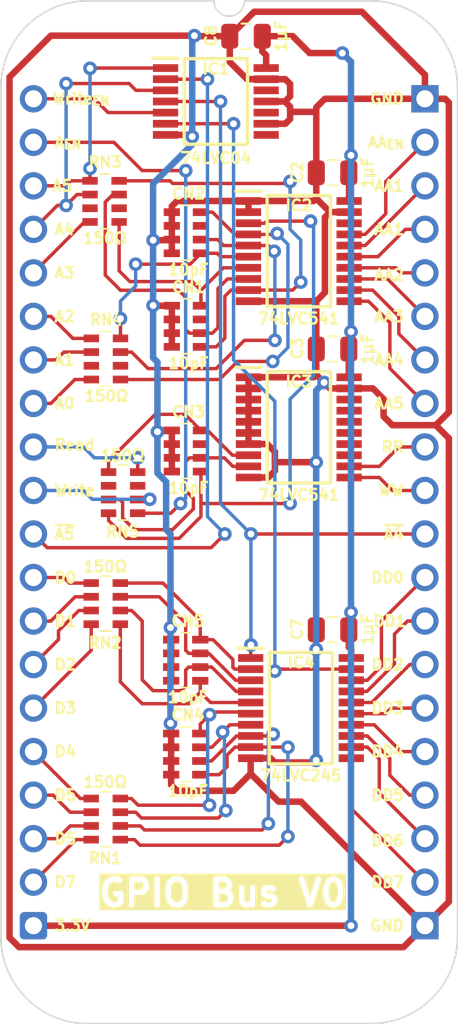
<source format=kicad_pcb>
(kicad_pcb (version 20240108) (generator "pcbnew") (generator_version "8.0")
  (title_block (title "GPIO Address Decode") (date "2025-04-25") (rev "V1"))
  (layers (0 "F.Cu" signal) (31 "B.Cu" signal) (34 "B.Paste" user) (35 "F.Paste" user) (36 "B.SilkS" user "B.Silkscreen") (37 "F.SilkS" user "F.Silkscreen") (38 "B.Mask" user) (39 "F.Mask" user) (44 "Edge.Cuts" user))
  (net 0 "")
  (net 1 "/GND")
  (net 2 "/3.3V")
  (net 4 "Net-(IC2-A7)")
  (net 5 "Net-(IC2-A5)")
  (net 6 "Net-(IC2-A6)")
  (net 8 "/A0")
  (net 9 "/A1")
  (net 10 "/A2")
  (net 11 "/A3")
  (net 12 "/A4")
  (net 13 "Net-(IC2-A2)")
  (net 14 "Net-(IC2-A3)")
  (net 15 "Net-(IC2-A4)")
  (net 16 "Net-(IC3-A6)")
  (net 18 "Net-(IC3-A7)")
  (net 19 "Net-(IC2-A1)")
  (net 20 "Net-(IC4-A6)")
  (net 21 "Net-(IC4-A4)")
  (net 22 "Net-(IC4-A5)")
  (net 23 "Net-(IC4-A7)")
  (net 24 "Net-(IC4-A3)")
  (net 25 "Net-(IC4-A1)")
  (net 26 "Net-(IC4-A2)")
  (net 27 "Net-(IC4-A0)")
  (net 29 "/~{Write Enable}")
  (net 30 "/~{A5}")
  (net 32 "/~{A4}")
  (net 34 "/A5")
  (net 35 "/AA1")
  (net 36 "/AA4")
  (net 37 "/AA0")
  (net 38 "/AA5")
  (net 39 "/AA_{Enable}")
  (net 40 "/AA2")
  (net 42 "/AA3")
  (net 46 "/WWrite GPIO _{ALL}")
  (net 48 "/Write Enable")
  (net 50 "/RRead GPIO _{ALL}")
  (net 52 "/DD5")
  (net 53 "/DD6")
  (net 54 "/DD3")
  (net 55 "/DD2")
  (net 56 "/DD4")
  (net 57 "/DD7")
  (net 58 "/DD1")
  (net 59 "/DD0")
  (net 60 "/D0")
  (net 61 "/Write GPIO _{ALL}")
  (net 62 "/A_{Enable}")
  (net 63 "/D1")
  (net 64 "/D3")
  (net 65 "/D5")
  (net 66 "/D2")
  (net 67 "/Read GPIO _{ALL}")
  (net 68 "/D6")
  (net 69 "/D4")
  (net 70 "/D7")
  (footprint "SamacSys_Parts:SOP65P640X110-14N" (layer "F.Cu") (at 10.651 0.157)
    (property "Reference" "IC1")
    (property "Value" "74LVC04APW,118" (hide yes))
  )
  (footprint "SamacSys_Parts:DIP-40_Board_W22.86mm" (layer "F.Cu") (at 0 0)
    (property "Reference" "J1" (hide yes))
    (property "Value" "Conn_02x20_Counter_Clockwise")
    (fp_line (start -1.905 -0.635) (end -1.905 48.895) (stroke (width 0.1)) (layer "Edge.Cuts"))
    (fp_line (start 10.541 -5.715) (end 3.175 -5.715) (stroke (width 0.1)) (layer "Edge.Cuts"))
    (fp_line (start 19.685 -5.715) (end 12.319 -5.715) (stroke (width 0.1)) (layer "Edge.Cuts"))
    (fp_line (start 19.685 53.975) (end 3.175 53.975) (stroke (width 0.1)) (layer "Edge.Cuts"))
    (fp_line (start 24.765 48.895) (end 24.765 -0.635) (stroke (width 0.1)) (layer "Edge.Cuts"))
    (fp_arc (start -1.905 -0.635) (mid -0.417102 -4.227102) (end 3.175 -5.715) (stroke (width 0.1)) (layer "Edge.Cuts"))
    (fp_arc (start 3.175 53.975) (mid -0.417102 52.487102) (end -1.905 48.895) (stroke (width 0.1)) (layer "Edge.Cuts"))
    (fp_arc (start 12.319 -5.715) (mid 11.43 -4.826) (end 10.541 -5.715) (stroke (width 0.1)) (layer "Edge.Cuts"))
    (fp_arc (start 19.685 -5.715) (mid 23.277102 -4.227102) (end 24.765 -0.635) (stroke (width 0.1)) (layer "Edge.Cuts"))
    (fp_arc (start 24.765 48.895) (mid 23.277102 52.487102) (end 19.685 53.975) (stroke (width 0.1)) (layer "Edge.Cuts"))
  )
  (footprint "SamacSys_Parts:CA0612KRX7R9BB100" (layer "F.Cu") (at 8.89 32.766 180)
    (property "Reference" "CN5")
    (property "Value" "CA0612KRX7R9BB100" (hide yes))
  )
  (footprint "SamacSys_Parts:CAY16-J4" (layer "F.Cu") (at 4.191 42.037)
    (property "Reference" "RN1")
    (property "Value" "CAY16-151J4LF" (hide yes))
  )
  (footprint "SamacSys_Parts:CA0612KRX7R9BB100" (layer "F.Cu") (at 8.89 38.246 180)
    (property "Reference" "CN4")
    (property "Value" "CA0612KRX7R9BB100" (hide yes))
  )
  (footprint "SamacSys_Parts:C_0805" (layer "F.Cu") (at 17.481 30.988 90)
    (property "Reference" "C7")
    (property "Value" "1μF")
  )
  (footprint "SamacSys_Parts:CAY16-J4" (layer "F.Cu") (at 5.207 22.987)
    (property "Reference" "RN5")
    (property "Value" "CAY16-151J4LF" (hide yes))
  )
  (footprint "SamacSys_Parts:CA0612KRX7R9BB100" (layer "F.Cu") (at 8.929 13.278 180)
    (property "Reference" "CN1")
    (property "Value" "CA0612KRX7R9BB100" (hide yes))
  )
  (footprint "SamacSys_Parts:CAY16-J4" (layer "F.Cu") (at 4.181 5.988 180)
    (property "Reference" "RN3")
    (property "Value" "CAY16-151J4LF" (hide yes))
  )
  (footprint "SamacSys_Parts:C_0805" (layer "F.Cu") (at 17.481 14.605 90)
    (property "Reference" "C3")
    (property "Value" "1μF")
  )
  (footprint "SamacSys_Parts:CAY16-J4" (layer "F.Cu") (at 4.191 29.464)
    (property "Reference" "RN2")
    (property "Value" "CAY16-151J4LF" (hide yes))
  )
  (footprint "SamacSys_Parts:C_0805" (layer "F.Cu") (at 17.481 4.318 90)
    (property "Reference" "C2")
    (property "Value" "1μF")
  )
  (footprint "SamacSys_Parts:CAY16-J4" (layer "F.Cu") (at 4.259 15.183 180)
    (property "Reference" "RN4")
    (property "Value" "CAY16-151J4LF" (hide yes))
  )
  (footprint "SamacSys_Parts:SOP65P640X110-20N" (layer "F.Cu") (at 15.494 19.177)
    (property "Reference" "IC3")
    (property "Value" "74LVC541APW,118" (hide yes))
  )
  (footprint "SamacSys_Parts:CA0612KRX7R9BB100" (layer "F.Cu") (at 8.929 20.555 180)
    (property "Reference" "CN3")
    (property "Value" "CA0612KRX7R9BB100" (hide yes))
  )
  (footprint "SamacSys_Parts:SOP65P640X120-20N" (layer "F.Cu") (at 15.621 35.56)
    (property "Reference" "IC4")
    (property "Value" "74LVC245AT20" (hide yes))
  )
  (footprint "SamacSys_Parts:C_0805" (layer "F.Cu") (at 12.429 -3.653 90)
    (property "Reference" "C8")
    (property "Value" "1μF")
  )
  (footprint "SamacSys_Parts:CA0612KRX7R9BB100" (layer "F.Cu") (at 8.929 7.817 180)
    (property "Reference" "CN2")
    (property "Value" "CA0612KRX7R9BB100" (hide yes))
  )
  (footprint "SamacSys_Parts:SOP65P640X110-20N" (layer "F.Cu") (at 15.494 8.89)
    (property "Reference" "IC2")
    (property "Value" "74LVC541APW,118" (hide yes))
  )
  (footprint "SamacSys_Parts:PinHeader_1x20_P2.54mm_Vertical" (layer "B.Cu") (at 22.86 0 180)
    (property "Reference" "J3" (hide yes))
    (property "Value" "Pin_Header_01x20" (hide yes))
  )
  (footprint "SamacSys_Parts:PinHeader_1x20_P2.54mm_Vertical" (layer "B.Cu") (at 0 0 180)
    (property "Reference" "J2" (hide yes))
    (property "Value" "Pin_Header_01x20" (hide yes))
  )
  (gr_text "DD6" (at 21.717 43.307 0) (layer "F.SilkS") (effects (font (size 0.635 0.635) (thickness 0.15) (bold yes)) (justify right)))
  (gr_text "WW" (at 21.717 22.86 0) (layer "F.SilkS") (effects (font (size 0.635 0.635) (thickness 0.15) (bold yes)) (justify right)))
  (gr_text "~{A4}" (at 21.717 25.4 0) (layer "F.SilkS") (effects (font (size 0.635 0.635) (thickness 0.15) (bold yes)) (justify right)))
  (gr_text "AA1" (at 21.717 7.62 0) (layer "F.SilkS") (effects (font (size 0.635 0.635) (thickness 0.15) (bold yes)) (justify right)))
  (gr_text "GPIO Bus V0" (at 11.049 46.355 0) (layer "F.SilkS" knockout) (effects (font (size 1.5 1.5) (thickness 0.3) (bold yes))))
  (gr_text "AA5" (at 21.717 17.78 0) (layer "F.SilkS") (effects (font (size 0.635 0.635) (thickness 0.15) (bold yes)) (justify right)))
  (gr_text "AA_{EN}" (at 21.717 2.54 0) (layer "F.SilkS") (effects (font (size 0.635 0.635) (thickness 0.15) (bold yes)) (justify right)))
  (gr_text "AA4" (at 21.717 15.24 0) (layer "F.SilkS") (effects (font (size 0.635 0.635) (thickness 0.15) (bold yes)) (justify right)))
  (gr_text "A2" (at 1.143 12.7 0) (layer "F.SilkS") (effects (font (size 0.635 0.635) (thickness 0.15) (bold yes)) (justify left)))
  (gr_text "A0" (at 1.143 17.78 0) (layer "F.SilkS") (effects (font (size 0.635 0.635) (thickness 0.15) (bold yes)) (justify left)))
  (gr_text "~{A5}" (at 1.143 25.4 0) (layer "F.SilkS") (effects (font (size 0.635 0.635) (thickness 0.15) (bold yes)) (justify left)))
  (gr_text "A4" (at 1.143 7.62 0) (layer "F.SilkS") (effects (font (size 0.635 0.635) (thickness 0.15) (bold yes)) (justify left)))
  (gr_text "D1" (at 1.143 30.48 0) (layer "F.SilkS") (effects (font (size 0.635 0.635) (thickness 0.15) (bold yes)) (justify left)))
  (gr_text "DD0" (at 21.717 27.94 0) (layer "F.SilkS") (effects (font (size 0.635 0.635) (thickness 0.15) (bold yes)) (justify right)))
  (gr_text "D4" (at 1.143 38.1 0) (layer "F.SilkS") (effects (font (size 0.635 0.635) (thickness 0.15) (bold yes)) (justify left)))
  (gr_text "D7" (at 1.143 45.72 0) (layer "F.SilkS") (effects (font (size 0.635 0.635) (thickness 0.15) (bold yes)) (justify left)))
  (gr_text "RR" (at 21.717 20.32 0) (layer "F.SilkS") (effects (font (size 0.635 0.635) (thickness 0.15) (bold yes)) (justify right)))
  (gr_text "A_{EN}" (at 1.143 2.54 0) (layer "F.SilkS") (effects (font (size 0.635 0.635) (thickness 0.15) (bold yes)) (justify left)))
  (gr_text "D5" (at 1.143 43.18 0) (layer "F.SilkS") (effects (font (size 0.635 0.635) (thickness 0.15) (bold yes)) (justify left)))
  (gr_text "DD5" (at 21.717 40.64 0) (layer "F.SilkS") (effects (font (size 0.635 0.635) (thickness 0.15) (bold yes)) (justify right)))
  (gr_text "A5" (at 1.016 5.08 0) (layer "F.SilkS") (effects (font (size 0.635 0.635) (thickness 0.15) (bold yes)) (justify left)))
  (gr_text "D0" (at 1.143 27.94 0) (layer "F.SilkS") (effects (font (size 0.635 0.635) (thickness 0.15) (bold yes)) (justify left)))
  (gr_text "GND" (at 21.717 0 0) (layer "F.SilkS") (effects (font (size 0.635 0.635) (thickness 0.15) (bold yes)) (justify right)))
  (gr_text "A1" (at 1.143 15.24 0) (layer "F.SilkS") (effects (font (size 0.635 0.635) (thickness 0.15) (bold yes)) (justify left)))
  (gr_text "AA1" (at 21.717 5.08 0) (layer "F.SilkS") (effects (font (size 0.635 0.635) (thickness 0.15) (bold yes)) (justify right)))
  (gr_text "Write" (at 1.143 22.86 0) (layer "F.SilkS") (effects (font (size 0.635 0.635) (thickness 0.15) (bold yes)) (justify left)))
  (gr_text "DD1" (at 21.844 30.48 0) (layer "F.SilkS") (effects (font (size 0.635 0.635) (thickness 0.15) (bold yes)) (justify right)))
  (gr_text "AA2" (at 21.717 10.287 0) (layer "F.SilkS") (effects (font (size 0.635 0.635) (thickness 0.15) (bold yes)) (justify right)))
  (gr_text "Write_{EN}" (at 1.016 0 0) (layer "F.SilkS") (effects (font (size 0.635 0.635) (thickness 0.15) (bold yes)) (justify left)))
  (gr_text "Read" (at 1.143 20.193 0) (layer "F.SilkS") (effects (font (size 0.635 0.635) (thickness 0.15) (bold yes)) (justify left)))
  (gr_text "DD7" (at 21.717 45.72 0) (layer "F.SilkS") (effects (font (size 0.635 0.635) (thickness 0.15) (bold yes)) (justify right)))
  (gr_text "A3" (at 1.143 10.16 0) (layer "F.SilkS") (effects (font (size 0.635 0.635) (thickness 0.15) (bold yes)) (justify left)))
  (gr_text "AA3" (at 21.717 12.7 0) (layer "F.SilkS") (effects (font (size 0.635 0.635) (thickness 0.15) (bold yes)) (justify right)))
  (gr_text "D2" (at 1.143 33.02 0) (layer "F.SilkS") (effects (font (size 0.635 0.635) (thickness 0.15) (bold yes)) (justify left)))
  (gr_text "D3" (at 1.143 35.56 0) (layer "F.SilkS") (effects (font (size 0.635 0.635) (thickness 0.15) (bold yes)) (justify left)))
  (gr_text "D5" (at 1.143 40.64 0) (layer "F.SilkS") (effects (font (size 0.635 0.635) (thickness 0.15) (bold yes)) (justify left)))
  (gr_text "DD4" (at 21.717 38.1 0) (layer "F.SilkS") (effects (font (size 0.635 0.635) (thickness 0.15) (bold yes)) (justify right)))
  (gr_text "DD2" (at 21.717 33.02 0) (layer "F.SilkS") (effects (font (size 0.635 0.635) (thickness 0.15) (bold yes)) (justify right)))
  (gr_text "DD3" (at 21.717 35.56 0) (layer "F.SilkS") (effects (font (size 0.635 0.635) (thickness 0.15) (bold yes)) (justify right)))
  (gr_text "GND" (at 21.717 48.26 0) (layer "F.SilkS") (effects (font (size 0.635 0.635) (thickness 0.15) (bold yes)) (justify right)))
  (gr_text "3.3V" (at 1.143 48.26 0) (layer "F.SilkS") (effects (font (size 0.635 0.635) (thickness 0.15) (bold yes)) (justify left)))
  (segment (start 12.556 16.252) (end 16.3655 16.252) (width 0.38) (layer "F.Cu") (net 1))
  (segment (start 20.447 18.542) (end 20.955 19.05) (width 0.38) (layer "F.Cu") (net 1))
  (segment (start 16.515 11.82) (end 16.51 11.815) (width 0.38) (layer "F.Cu") (net 1))
  (segment (start 14.986 -0.8635) (end 14.986 -0.1475) (width 0.38) (layer "F.Cu") (net 1))
  (segment (start 14.7065 1.457) (end 14.986 1.1775) (width 0.38) (layer "F.Cu") (net 1))
  (segment (start 22.86 0) (end 17.018 0) (width 0.38) (layer "F.Cu") (net 1))
  (segment (start 22.86 48.26) (end 21.608283 49.511717) (width 0.38) (layer "F.Cu") (net 1))
  (segment (start 12.556 5.965) (end 8.386 5.965) (width 0.38) (layer "F.Cu") (net 1))
  (segment (start 14.097 21.209) (end 16.51 21.209) (width 0.38) (layer "F.Cu") (net 1))
  (segment (start 14.097 21.209) (end 14.097 21.717) (width 0.38) (layer "F.Cu") (net 1))
  (segment (start 24.257 18.288) (end 23.495 19.05) (width 0.38) (layer "F.Cu") (net 1))
  (segment (start 12.683 38.485) (end 13.847 38.485) (width 0.38) (layer "F.Cu") (net 1))
  (segment (start 8.079 13.678) (end 8.079 12.878) (width 0.38) (layer "F.Cu") (net 1))
  (segment (start 17.018 11.307) (end 16.51 11.815) (width 0.38) (layer "F.Cu") (net 1))
  (segment (start 12.556 18.852) (end 12.556 19.502) (width 0.38) (layer "F.Cu") (net 1))
  (segment (start 16.38301 38.735) (end 16.51 38.60801) (width 0.38) (layer "F.Cu") (net 1))
  (segment (start 14.097 38.735) (end 16.38301 38.735) (width 0.38) (layer "F.Cu") (net 1))
  (segment (start -0.841196 49.511717) (end -1.397 48.955913) (width 0.38) (layer "F.Cu") (net 1))
  (segment (start 17.018 6.9115) (end 17.018 11.307) (width 0.38) (layer "F.Cu") (net 1))
  (segment (start 8.079 20.155) (end 8.079 19.355) (width 0.38) (layer "F.Cu") (net 1))
  (segment (start 16.515 5.8155) (end 17.3145 6.615) (width 0.38) (layer "F.Cu") (net 1))
  (segment (start 13.847 38.485) (end 14.097 38.735) (width 0.38) (layer "F.Cu") (net 1))
  (segment (start 16.51 32.131) (end 16.51 30.993) (width 0.38) (layer "F.Cu") (net 1))
  (segment (start 14.986 0.4615) (end 14.6815 0.157) (width 0.38) (layer "F.Cu") (net 1))
  (segment (start 15.621 41.021) (end 14.317 41.021) (width 0.38) (layer "F.Cu") (net 1))
  (segment (start 11.463 -3.653) (end 9.428004 -3.653) (width 0.38) (layer "F.Cu") (net 1))
  (segment (start 8.079 7.417) (end 8.079 6.617) (width 0.38) (layer "F.Cu") (net 1))
  (segment (start 22.86 -1.397) (end 22.86 0) (width 0.38) (layer "F.Cu") (net 1))
  (segment (start 8.04 36.488) (end 8.001 36.449) (width 0.38) (layer "F.Cu") (net 1))
  (segment (start 12.556 16.902) (end 12.556 17.552) (width 0.38) (layer "F.Cu") (net 1))
  (segment (start 17.018 0) (end 16.515 0.503) (width 0.38) (layer "F.Cu") (net 1))
  (segment (start 16.515 0.503) (end 16.515 0.762) (width 0.38) (layer "F.Cu") (net 1))
  (segment (start 12.556 5.965) (end 16.3655 5.965) (width 0.38) (layer "F.Cu") (net 1))
  (segment (start 8.04 37.046) (end 8.04 36.488) (width 0.38) (layer "F.Cu") (net 1))
  (segment (start 12.683 39.387) (end 12.683 38.485) (width 0.38) (layer "F.Cu") (net 1))
  (segment (start 14.986 0.762) (end 14.986 0.4615) (width 0.38) (layer "F.Cu") (net 1))
  (segment (start 12.556 6.615) (end 12.556 5.965) (width 0.38) (layer "F.Cu") (net 1))
  (segment (start 18.432 6.615) (end 17.3145 6.615) (width 0.38) (layer "F.Cu") (net 1))
  (segment (start 14.986 0.762) (end 16.515 0.762) (width 0.38) (layer "F.Cu") (net 1))
  (segment (start 14.317 41.021) (end 12.683 39.387) (width 0.38) (layer "F.Cu") (net 1))
  (segment (start 16.515 16.1025) (end 16.97025 16.55775) (width 0.38) (layer "F.Cu") (net 1))
  (segment (start 14.7065 -1.143) (end 14.986 -0.8635) (width 0.38) (layer "F.Cu") (net 1))
  (segment (start 11.684 40.386) (end 12.683 39.387) (width 0.38) (layer "F.Cu") (net 1))
  (segment (start 9.428004 -3.653) (end 9.398004 -3.683) (width 0.38) (layer "F.Cu") (net 1))
  (segment (start 17.3145 16.902) (end 18.432 16.902) (width 0.38) (layer "F.Cu") (net 1))
  (segment (start 24.257 19.812) (end 24.257 46.863) (width 0.38) (layer "F.Cu") (net 1))
  (segment (start 8.382 40.386) (end 11.684 40.386) (width 0.38) (layer "F.Cu") (net 1))
  (segment (start 16.3655 5.965) (end 16.515 5.8155) (width 0.38) (layer "F.Cu") (net 1))
  (segment (start 8.079 19.355) (end 7.315 19.355) (width 0.38) (layer "F.Cu") (net 1))
  (segment (start 7.315 19.355) (end 7.239 19.431) (width 0.38) (layer "F.Cu") (net 1))
  (segment (start 1.016 -3.683) (end 9.398004 -3.683) (width 0.38) (layer "F.Cu") (net 1))
  (segment (start 13.6485 20.152) (end 14.097 20.6005) (width 0.38) (layer "F.Cu") (net 1))
  (segment (start 16.3655 16.252) (end 16.515 16.1025) (width 0.38) (layer "F.Cu") (net 1))
  (segment (start 24.04 0) (end 24.257 0.217) (width 0.38) (layer "F.Cu") (net 1))
  (segment (start 14.097 21.717) (end 13.712 22.102) (width 0.38) (layer "F.Cu") (net 1))
  (segment (start 8.04 38.646) (end 8.04 37.846) (width 0.38) (layer "F.Cu") (net 1))
  (segment (start 20.955 19.05) (end 23.495 19.05) (width 0.38) (layer "F.Cu") (net 1))
  (segment (start 8.04 40.044) (end 8.382 40.386) (width 0.38) (layer "F.Cu") (net 1))
  (segment (start 8.04 39.446) (end 8.04 38.646) (width 0.38) (layer "F.Cu") (net 1))
  (segment (start 8.04 39.446) (end 8.04 40.044) (width 0.38) (layer "F.Cu") (net 1))
  (segment (start 12.556 20.152) (end 13.6485 20.152) (width 0.38) (layer "F.Cu") (net 1))
  (segment (start 11.463 -2.1515) (end 11.463 -3.653) (width 0.38) (layer "F.Cu") (net 1))
  (segment (start 8.386 5.965) (end 8.079 6.272) (width 0.38) (layer "F.Cu") (net 1))
  (segment (start 13.589 -1.143) (end 14.7065 -1.143) (width 0.38) (layer "F.Cu") (net 1))
  (segment (start 24.257 0.217) (end 24.257 18.288) (width 0.38) (layer "F.Cu") (net 1))
  (segment (start 23.495 19.05) (end 24.257 19.812) (width 0.38) (layer "F.Cu") (net 1))
  (segment (start 24.257 46.863) (end 22.86 48.26) (width 0.38) (layer "F.Cu") (net 1))
  (segment (start 6.985 8.255) (end 8.041 8.255) (width 0.38) (layer "F.Cu") (net 1))
  (segment (start 14.986 -0.1475) (end 14.6815 0.157) (width 0.38) (layer "F.Cu") (net 1))
  (segment (start 8.079 12.878) (end 8.079 12.078) (width 0.38) (layer "F.Cu") (net 1))
  (segment (start 14.6815 0.157) (end 13.589 0.157) (width 0.38) (layer "F.Cu") (net 1))
  (segment (start 13.712 22.102) (end 12.556 22.102) (width 0.38) (layer "F.Cu") (net 1))
  (segment (start 16.515 4.318) (end 16.515 5.8155) (width 0.38) (layer "F.Cu") (net 1))
  (segment (start 6.998 12.078) (end 6.985 12.065) (width 0.38) (layer "F.Cu") (net 1))
  (segment (start 22.86 0) (end 24.04 0) (width 0.38) (layer "F.Cu") (net 1))
  (segment (start 12.89 -5.08) (end 19.177 -5.08) (width 0.38) (layer "F.Cu") (net 1))
  (segment (start 16.515 0.762) (end 16.515 4.318) (width 0.38) (layer "F.Cu") (net 1))
  (segment (start 17.3145 6.615) (end 17.018 6.9115) (width 0.38) (layer "F.Cu") (net 1))
  (segment (start 16.97025 16.55775) (end 17.3145 16.902) (width 0.38) (layer "F.Cu") (net 1))
  (segment (start 14.986 1.1775) (end 14.986 0.762) (width 0.38) (layer "F.Cu") (net 1))
  (segment (start 12.556 19.502) (end 12.556 20.152) (width 0.38) (layer "F.Cu") (net 1))
  (segment (start 12.556 11.815) (end 16.51 11.815) (width 0.38) (layer "F.Cu") (net 1))
  (segment (start 9.171 2.107) (end 9.271 2.207) (width 0.38) (layer "F.Cu") (net 1))
  (segment (start 13.589 1.457) (end 14.7065 1.457) (width 0.38) (layer "F.Cu") (net 1))
  (segment (start 8.04 37.846) (end 8.04 37.046) (width 0.38) (layer "F.Cu") (net 1))
  (segment (start 8.079 21.755) (end 8.079 20.955) (width 0.38) (layer "F.Cu") (net 1))
  (segment (start 12.556 16.252) (end 12.556 16.902) (width 0.38) (layer "F.Cu") (net 1))
  (segment (start 8.079 8.217) (end 8.079 7.417) (width 0.38) (layer "F.Cu") (net 1))
  (segment (start -1.397 -1.27) (end 1.016 -3.683) (width 0.38) (layer "F.Cu") (net 1))
  (segment (start 8.04 33.166) (end 8.04 32.366) (width 0.38) (layer "F.Cu") (net 1))
  (segment (start 12.556 17.552) (end 12.556 18.202) (width 0.38) (layer "F.Cu") (net 1))
  (segment (start 16.515 14.605) (end 16.515 16.1025) (width 0.38) (layer "F.Cu") (net 1))
  (segment (start 8.04 32.366) (end 8.04 31.566) (width 0.38) (layer "F.Cu") (net 1))
  (segment (start 13.589 -1.143) (end 12.4715 -1.143) (width 0.38) (layer "F.Cu") (net 1))
  (segment (start 8.079 9.017) (end 8.079 8.217) (width 0.38) (layer "F.Cu") (net 1))
  (segment (start 20.447 17.526) (end 20.447 18.542) (width 0.38) (layer "F.Cu") (net 1))
  (segment (start -1.397 48.955913) (end -1.397 -1.27) (width 0.38) (layer "F.Cu") (net 1))
  (segment (start 21.608283 49.511717) (end -0.841196 49.511717) (width 0.38) (layer "F.Cu") (net 1))
  (segment (start 7.713 2.107) (end 9.171 2.107) (width 0.38) (layer "F.Cu") (net 1))
  (segment (start 8.079 14.478) (end 8.079 13.678) (width 0.38) (layer "F.Cu") (net 1))
  (segment (start 8.04 33.966) (end 8.04 33.166) (width 0.38) (layer "F.Cu") (net 1))
  (segment (start 8.001 30.861) (end 8.001 31.527) (width 0.38) (layer "F.Cu") (net 1))
  (segment (start 8.001 31.527) (end 8.04 31.566) (width 0.38) (layer "F.Cu") (net 1))
  (segment (start 8.079 20.955) (end 8.079 20.155) (width 0.38) (layer "F.Cu") (net 1))
  (segment (start 14.097 20.6005) (end 14.097 21.209) (width 0.38) (layer "F.Cu") (net 1))
  (segment (start 22.86 48.26) (end 15.621 41.021) (width 0.38) (layer "F.Cu") (net 1))
  (segment (start 18.432 16.902) (end 19.823 16.902) (width 0.38) (layer "F.Cu") (net 1))
  (segment (start 19.177 -5.08) (end 22.86 -1.397) (width 0.38) (layer "F.Cu") (net 1))
  (segment (start 12.556 18.202) (end 12.556 18.852) (width 0.38) (layer "F.Cu") (net 1))
  (segment (start 8.079 12.078) (end 6.998 12.078) (width 0.38) (layer "F.Cu") (net 1))
  (segment (start 19.823 16.902) (end 20.447 17.526) (width 0.38) (layer "F.Cu") (net 1))
  (segment (start 12.4715 -1.143) (end 11.463 -2.1515) (width 0.38) (layer "F.Cu") (net 1))
  (segment (start 8.079 6.272) (end 8.079 6.617) (width 0.38) (layer "F.Cu") (net 1))
  (segment (start 11.463 -3.653) (end 12.89 -5.08) (width 0.38) (layer "F.Cu") (net 1))
  (segment (start 16.515 14.605) (end 16.515 11.82) (width 0.38) (layer "F.Cu") (net 1))
  (via (at 7.239 19.431) (size 0.8) (drill 0.4) (layers "F.Cu" "B.Cu") (net 1))
  (via (at 6.985 8.255) (size 0.8) (drill 0.4) (layers "F.Cu" "B.Cu") (net 1))
  (via (at 16.97025 16.55775) (size 0.8) (drill 0.4) (layers "F.Cu" "B.Cu") (net 1))
  (via (at 9.271 2.207) (size 0.8) (drill 0.4) (layers "F.Cu" "B.Cu") (net 1))
  (via (at 8.001 30.861) (size 0.8) (drill 0.4) (layers "F.Cu" "B.Cu") (net 1))
  (via (at 8.001 36.449) (size 0.8) (drill 0.4) (layers "F.Cu" "B.Cu") (net 1))
  (via (at 6.985 12.065) (size 0.8) (drill 0.4) (layers "F.Cu" "B.Cu") (net 1))
  (via (at 16.51 21.209) (size 0.8) (drill 0.4) (layers "F.Cu" "B.Cu") (net 1))
  (via (at 16.51 32.131) (size 0.8) (drill 0.4) (layers "F.Cu" "B.Cu") (net 1))
  (via (at 16.51 38.60801) (size 0.8) (drill 0.4) (layers "F.Cu" "B.Cu") (net 1))
  (via (at 9.398004 -3.683) (size 0.8) (drill 0.4) (layers "F.Cu" "B.Cu") (net 1))
  (segment (start 9.271 2.667) (end 9.271 2.207) (width 0.38) (layer "B.Cu") (net 1))
  (segment (start 9.271 -3.555996) (end 9.398004 -3.683) (width 0.38) (layer "B.Cu") (net 1))
  (segment (start 7.239 15.367) (end 7.239 19.431) (width 0.38) (layer "B.Cu") (net 1))
  (segment (start 16.51 32.131) (end 16.51 38.60801) (width 0.38) (layer "B.Cu") (net 1))
  (segment (start 16.51 17.018) (end 16.97025 16.55775) (width 0.38) (layer "B.Cu") (net 1))
  (segment (start 8.001 36.449) (end 8.001 30.861) (width 0.38) (layer "B.Cu") (net 1))
  (segment (start 6.985 8.255) (end 6.985 4.953) (width 0.38) (layer "B.Cu") (net 1))
  (segment (start 7.239 19.431) (end 7.239 21.844) (width 0.38) (layer "B.Cu") (net 1))
  (segment (start 6.985 12.065) (end 6.985 15.113) (width 0.38) (layer "B.Cu") (net 1))
  (segment (start 9.271 2.207) (end 9.271 -3.555996) (width 0.38) (layer "B.Cu") (net 1))
  (segment (start 8.001 25.4) (end 7.747 25.146) (width 0.38) (layer "B.Cu") (net 1))
  (segment (start 6.985 4.953) (end 9.271 2.667) (width 0.38) (layer "B.Cu") (net 1))
  (segment (start 6.985 15.113) (end 7.239 15.367) (width 0.38) (layer "B.Cu") (net 1))
  (segment (start 6.985 12.065) (end 6.985 8.255) (width 0.38) (layer "B.Cu") (net 1))
  (segment (start 7.747 22.352) (end 7.747 25.146) (width 0.38) (layer "B.Cu") (net 1))
  (segment (start 16.51 21.209) (end 16.51 17.018) (width 0.38) (layer "B.Cu") (net 1))
  (segment (start 7.239 21.844) (end 7.747 22.352) (width 0.38) (layer "B.Cu") (net 1))
  (segment (start 16.51 32.131) (end 16.51 21.209) (width 0.38) (layer "B.Cu") (net 1))
  (segment (start 8.001 30.861) (end 8.001 25.4) (width 0.38) (layer "B.Cu") (net 1))
  (segment (start 18.542 29.972) (end 18.542 30.861) (width 0.38) (layer "F.Cu") (net 2))
  (segment (start 16.129 -2.667) (end 18.034 -2.667) (width 0.38) (layer "F.Cu") (net 2))
  (segment (start 13.589 -2.54) (end 13.589 -1.793) (width 0.38) (layer "F.Cu") (net 2))
  (segment (start 18.542 3.302) (end 18.542 4.191) (width 0.38) (layer "F.Cu") (net 2))
  (segment (start 18.559 32.148) (end 18.415 32.004) (width 0.38) (layer "F.Cu") (net 2))
  (segment (start 18.432 5.965) (end 18.432 4.335) (width 0.38) (layer "F.Cu") (net 2))
  (segment (start 13.363 -2.766) (end 13.589 -2.54) (width 0.38) (layer "F.Cu") (net 2))
  (segment (start 15.143 -3.653) (end 16.129 -2.667) (width 0.38) (layer "F.Cu") (net 2))
  (segment (start 0 48.26) (end 18.542 48.26) (width 0.38) (layer "F.Cu") (net 2))
  (segment (start 18.415 32.004) (end 18.415 30.988) (width 0.38) (layer "F.Cu") (net 2))
  (segment (start 18.415 14.605) (end 18.415 16.235) (width 0.38) (layer "F.Cu") (net 2))
  (segment (start 18.542 13.589) (end 18.542 14.478) (width 0.38) (layer "F.Cu") (net 2))
  (segment (start 18.559 32.635) (end 18.559 32.148) (width 0.38) (layer "F.Cu") (net 2))
  (segment (start 13.363 -3.653) (end 13.363 -2.766) (width 0.38) (layer "F.Cu") (net 2))
  (segment (start 13.363 -3.653) (end 15.143 -3.653) (width 0.38) (layer "F.Cu") (net 2))
  (via (at 18.542 3.302) (size 0.8) (drill 0.4) (layers "F.Cu" "B.Cu") (net 2))
  (via (at 18.542 13.589) (size 0.8) (drill 0.4) (layers "F.Cu" "B.Cu") (net 2))
  (via (at 18.542 29.972) (size 0.8) (drill 0.4) (layers "F.Cu" "B.Cu") (net 2))
  (via (at 18.542 48.26) (size 0.8) (drill 0.4) (layers "F.Cu" "B.Cu") (net 2))
  (via (at 18.034 -2.667) (size 0.8) (drill 0.4) (layers "F.Cu" "B.Cu") (net 2))
  (segment (start 18.542 -2.159) (end 18.034 -2.667) (width 0.38) (layer "B.Cu") (net 2))
  (segment (start 18.542 3.302) (end 18.542 -2.159) (width 0.38) (layer "B.Cu") (net 2))
  (segment (start 18.542 29.972) (end 18.542 13.589) (width 0.38) (layer "B.Cu") (net 2))
  (segment (start 18.542 13.589) (end 18.542 3.302) (width 0.38) (layer "B.Cu") (net 2))
  (segment (start 18.542 48.26) (end 18.542 29.972) (width 0.38) (layer "B.Cu") (net 2))
  (segment (start 15.14095 11.165) (end 15.609 10.69695) (width 0.2) (layer "F.Cu") (net 4))
  (segment (start 7.975004 4.788) (end 8.128 4.940996) (width 0.2) (layer "F.Cu") (net 4))
  (segment (start 9.779 14.478) (end 10.668 14.478) (width 0.2) (layer "F.Cu") (net 4))
  (segment (start 12.556 11.165) (end 15.14095 11.165) (width 0.2) (layer "F.Cu") (net 4))
  (segment (start 14.871004 4.940996) (end 14.986 4.826) (width 0.2) (layer "F.Cu") (net 4))
  (segment (start 5.002 4.788) (end 7.975004 4.788) (width 0.2) (layer "F.Cu") (net 4))
  (segment (start 11.534186 11.165) (end 12.556 11.165) (width 0.2) (layer "F.Cu") (net 4))
  (segment (start 11.176 13.97) (end 11.176 11.523186) (width 0.2) (layer "F.Cu") (net 4))
  (segment (start 11.176 11.523186) (end 11.534186 11.165) (width 0.2) (layer "F.Cu") (net 4))
  (segment (start 8.128 4.940996) (end 14.871004 4.940996) (width 0.2) (layer "F.Cu") (net 4))
  (segment (start 10.668 14.478) (end 11.176 13.97) (width 0.2) (layer "F.Cu") (net 4))
  (via (at 14.986 4.826) (size 0.8) (drill 0.4) (layers "F.Cu" "B.Cu") (net 4))
  (via (at 15.609 10.69695) (size 0.8) (drill 0.4) (layers "F.Cu" "B.Cu") (net 4))
  (segment (start 14.986 7.62) (end 14.986 4.826) (width 0.2) (layer "B.Cu") (net 4))
  (segment (start 15.609 8.243) (end 14.986 7.62) (width 0.2) (layer "B.Cu") (net 4))
  (segment (start 15.609 10.69695) (end 15.609 8.243) (width 0.2) (layer "B.Cu") (net 4))
  (segment (start 11.09 9.865) (end 12.556 9.865) (width 0.2) (layer "F.Cu") (net 5))
  (segment (start 5.628314 10.668) (end 5.002 10.041686) (width 0.2) (layer "F.Cu") (net 5))
  (segment (start 9.779 11.176) (end 9.271 10.668) (width 0.2) (layer "F.Cu") (net 5))
  (segment (start 9.779 12.078) (end 9.779 11.176) (width 0.2) (layer "F.Cu") (net 5))
  (segment (start 9.271 10.668) (end 5.628314 10.668) (width 0.2) (layer "F.Cu") (net 5))
  (segment (start 9.779 11.176) (end 11.09 9.865) (width 0.2) (layer "F.Cu") (net 5))
  (segment (start 5.002 10.041686) (end 5.002 7.188) (width 0.2) (layer "F.Cu") (net 5))
  (segment (start 4.191 6.03) (end 4.191 10.287) (width 0.2) (layer "F.Cu") (net 6))
  (segment (start 5.08 11.176) (end 8.477 11.176) (width 0.2) (layer "F.Cu") (net 6))
  (segment (start 4.633 5.588) (end 4.191 6.03) (width 0.2) (layer "F.Cu") (net 6))
  (segment (start 10.776 13.356) (end 10.776 11.068) (width 0.2) (layer "F.Cu") (net 6))
  (segment (start 5.002 5.588) (end 4.633 5.588) (width 0.2) (layer "F.Cu") (net 6))
  (segment (start 4.191 10.287) (end 5.08 11.176) (width 0.2) (layer "F.Cu") (net 6))
  (segment (start 8.477 11.176) (end 8.89 11.589) (width 0.2) (layer "F.Cu") (net 6))
  (segment (start 9.104 13.678) (end 9.779 13.678) (width 0.2) (layer "F.Cu") (net 6))
  (segment (start 10.454 13.678) (end 10.776 13.356) (width 0.2) (layer "F.Cu") (net 6))
  (segment (start 8.89 11.589) (end 8.89 13.464) (width 0.2) (layer "F.Cu") (net 6))
  (segment (start 8.89 13.464) (end 9.104 13.678) (width 0.2) (layer "F.Cu") (net 6))
  (segment (start 11.329 10.515) (end 12.556 10.515) (width 0.2) (layer "F.Cu") (net 6))
  (segment (start 9.779 13.678) (end 10.454 13.678) (width 0.2) (layer "F.Cu") (net 6))
  (segment (start 10.776 11.068) (end 11.329 10.515) (width 0.2) (layer "F.Cu") (net 6))
  (segment (start 3.38 16.383) (end 2.413 16.383) (width 0.2) (layer "F.Cu") (net 8))
  (segment (start 1.016 17.78) (end 0 17.78) (width 0.2) (layer "F.Cu") (net 8))
  (segment (start 2.413 16.383) (end 1.016 17.78) (width 0.2) (layer "F.Cu") (net 8))
  (segment (start 1.321 15.24) (end 1.778 14.783) (width 0.2) (layer "F.Cu") (net 9))
  (segment (start 0 15.24) (end 1.321 15.24) (width 0.2) (layer "F.Cu") (net 9))
  (segment (start 1.778 14.783) (end 3.38 14.783) (width 0.2) (layer "F.Cu") (net 9))
  (segment (start 2.299 13.983) (end 3.38 13.983) (width 0.2) (layer "F.Cu") (net 10))
  (segment (start 1.016 12.7) (end 2.299 13.983) (width 0.2) (layer "F.Cu") (net 10))
  (segment (start 0 12.7) (end 1.016 12.7) (width 0.2) (layer "F.Cu") (net 10))
  (segment (start 0 10.16) (end 2.972 7.188) (width 0.2) (layer "F.Cu") (net 11))
  (segment (start 1.905 -0.889) (end 5.588 -0.889) (width 0.2) (layer "F.Cu") (net 12))
  (segment (start 2.54 5.588) (end 1.905 6.223) (width 0.2) (layer "F.Cu") (net 12))
  (segment (start 5.588 -0.889) (end 5.984 -0.493) (width 0.2) (layer "F.Cu") (net 12))
  (segment (start 1.397 6.223) (end 1.905 6.223) (width 0.2) (layer "F.Cu") (net 12))
  (segment (start 0 7.62) (end 1.397 6.223) (width 0.2) (layer "F.Cu") (net 12))
  (segment (start 3.302 5.588) (end 2.54 5.588) (width 0.2) (layer "F.Cu") (net 12))
  (segment (start 5.984 -0.493) (end 7.713 -0.493) (width 0.2) (layer "F.Cu") (net 12))
  (via (at 1.905 -0.889) (size 0.8) (drill 0.4) (layers "F.Cu" "B.Cu") (net 12))
  (via (at 1.905 6.223) (size 0.8) (drill 0.4) (layers "F.Cu" "B.Cu") (net 12))
  (segment (start 1.905 6.223) (end 1.905 -0.889) (width 0.2) (layer "B.Cu") (net 12))
  (segment (start 11.917262 15.328238) (end 13.973071 15.328238) (width 0.2) (layer "F.Cu") (net 13))
  (segment (start 10.454 6.617) (end 11.752 7.915) (width 0.2) (layer "F.Cu") (net 13))
  (segment (start 14.175581 7.915) (end 14.228582 7.861999) (width 0.2) (layer "F.Cu") (net 13))
  (segment (start 11.752 7.915) (end 12.556 7.915) (width 0.2) (layer "F.Cu") (net 13))
  (segment (start 5.08 16.383) (end 10.8625 16.383) (width 0.2) (layer "F.Cu") (net 13))
  (segment (start 9.779 6.617) (end 10.454 6.617) (width 0.2) (layer "F.Cu") (net 13))
  (segment (start 12.556 7.915) (end 14.175581 7.915) (width 0.2) (layer "F.Cu") (net 13))
  (segment (start 10.8625 16.383) (end 11.917262 15.328238) (width 0.2) (layer "F.Cu") (net 13))
  (via (at 13.973071 15.328238) (size 0.8) (drill 0.4) (layers "F.Cu" "B.Cu") (net 13))
  (via (at 14.228582 7.861999) (size 0.8) (drill 0.4) (layers "F.Cu" "B.Cu") (net 13))
  (segment (start 14.053423 15.328238) (end 14.859 14.522661) (width 0.2) (layer "B.Cu") (net 13))
  (segment (start 13.973071 15.328238) (end 14.053423 15.328238) (width 0.2) (layer "B.Cu") (net 13))
  (segment (start 14.859 8.492417) (end 14.228582 7.861999) (width 0.2) (layer "B.Cu") (net 13))
  (segment (start 14.859 14.522661) (end 14.859 8.492417) (width 0.2) (layer "B.Cu") (net 13))
  (segment (start 12.556 8.565) (end 13.723491 8.565) (width 0.2) (layer "F.Cu") (net 14))
  (segment (start 12.319 14.097) (end 14.097 14.097) (width 0.2) (layer "F.Cu") (net 14))
  (segment (start 11.105 8.565) (end 12.556 8.565) (width 0.2) (layer "F.Cu") (net 14))
  (segment (start 5.73 14.783) (end 6.695 15.748) (width 0.2) (layer "F.Cu") (net 14))
  (segment (start 10.757 8.217) (end 11.105 8.565) (width 0.2) (layer "F.Cu") (net 14))
  (segment (start 6.695 15.748) (end 10.668 15.748) (width 0.2) (layer "F.Cu") (net 14))
  (segment (start 10.668 15.748) (end 12.319 14.097) (width 0.2) (layer "F.Cu") (net 14))
  (segment (start 9.779 8.217) (end 10.757 8.217) (width 0.2) (layer "F.Cu") (net 14))
  (segment (start 13.723491 8.565) (end 14.056254 8.897763) (width 0.2) (layer "F.Cu") (net 14))
  (segment (start 5.08 14.783) (end 5.73 14.783) (width 0.2) (layer "F.Cu") (net 14))
  (via (at 14.056254 8.897763) (size 0.8) (drill 0.4) (layers "F.Cu" "B.Cu") (net 14))
  (via (at 14.097 14.097) (size 0.8) (drill 0.4) (layers "F.Cu" "B.Cu") (net 14))
  (segment (start 14.097 14.097) (end 14.097 8.938509) (width 0.2) (layer "B.Cu") (net 14))
  (segment (start 14.097 8.938509) (end 14.056254 8.897763) (width 0.2) (layer "B.Cu") (net 14))
  (segment (start 10.922 9.215) (end 12.556 9.215) (width 0.2) (layer "F.Cu") (net 15))
  (segment (start 9.144 9.652) (end 5.969 9.652) (width 0.2) (layer "F.Cu") (net 15))
  (segment (start 5.08 13.983) (end 5.08 12.827) (width 0.2) (layer "F.Cu") (net 15))
  (segment (start 9.779 9.017) (end 9.144 9.652) (width 0.2) (layer "F.Cu") (net 15))
  (segment (start 10.724 9.017) (end 10.922 9.215) (width 0.2) (layer "F.Cu") (net 15))
  (segment (start 9.779 9.017) (end 10.724 9.017) (width 0.2) (layer "F.Cu") (net 15))
  (via (at 5.969 9.652) (size 0.8) (drill 0.4) (layers "F.Cu" "B.Cu") (net 15))
  (via (at 5.08 12.827) (size 0.8) (drill 0.4) (layers "F.Cu" "B.Cu") (net 15))
  (segment (start 5.969 10.922) (end 5.08 11.811) (width 0.2) (layer "B.Cu") (net 15))
  (segment (start 5.969 9.652) (end 5.969 10.922) (width 0.2) (layer "B.Cu") (net 15))
  (segment (start 5.08 11.811) (end 5.08 12.827) (width 0.2) (layer "B.Cu") (net 15))
  (segment (start 10.1715 19.355) (end 11.6185 20.802) (width 0.2) (layer "F.Cu") (net 16))
  (segment (start 9.779 19.355) (end 8.839 18.415) (width 0.2) (layer "F.Cu") (net 16))
  (segment (start 7.112 18.415) (end 4.386 21.141) (width 0.2) (layer "F.Cu") (net 16))
  (segment (start 4.386 21.141) (end 4.386 21.787) (width 0.2) (layer "F.Cu") (net 16))
  (segment (start 11.6185 20.802) (end 12.556 20.802) (width 0.2) (layer "F.Cu") (net 16))
  (segment (start 9.779 19.355) (end 10.1715 19.355) (width 0.2) (layer "F.Cu") (net 16))
  (segment (start 8.839 18.415) (end 7.112 18.415) (width 0.2) (layer "F.Cu") (net 16))
  (segment (start 9.337 23.932661) (end 9.337 23.319) (width 0.2) (layer "F.Cu") (net 18))
  (segment (start 11.1465 20.955) (end 11.6435 21.452) (width 0.2) (layer "F.Cu") (net 18))
  (segment (start 11.6435 21.452) (end 12.556 21.452) (width 0.2) (layer "F.Cu") (net 18))
  (segment (start 9.779 20.955) (end 11.1465 20.955) (width 0.2) (layer "F.Cu") (net 18))
  (segment (start 8.89 21.169) (end 9.104 20.955) (width 0.2) (layer "F.Cu") (net 18))
  (segment (start 9.104 20.955) (end 9.779 20.955) (width 0.2) (layer "F.Cu") (net 18))
  (segment (start 5.207 23.558) (end 5.207 24.458) (width 0.2) (layer "F.Cu") (net 18))
  (segment (start 5.207 24.458) (end 5.895 25.146) (width 0.2) (layer "F.Cu") (net 18))
  (segment (start 8.123661 25.146) (end 9.337 23.932661) (width 0.2) (layer "F.Cu") (net 18))
  (segment (start 5.895 25.146) (end 8.123661 25.146) (width 0.2) (layer "F.Cu") (net 18))
  (segment (start 9.337 23.319) (end 8.89 22.872) (width 0.2) (layer "F.Cu") (net 18))
  (segment (start 8.89 22.872) (end 8.89 21.169) (width 0.2) (layer "F.Cu") (net 18))
  (segment (start 4.386 23.387) (end 5.036 23.387) (width 0.2) (layer "F.Cu") (net 18))
  (segment (start 5.036 23.387) (end 5.207 23.558) (width 0.2) (layer "F.Cu") (net 18))
  (segment (start 9.779 23.622) (end 14.986 23.622) (width 0.2) (layer "F.Cu") (net 19))
  (segment (start 9.779 23.622) (end 9.779 21.755) (width 0.2) (layer "F.Cu") (net 19))
  (segment (start 5.428 25.654) (end 8.509 25.654) (width 0.2) (layer "F.Cu") (net 19))
  (segment (start 8.509 25.654) (end 9.779 24.384) (width 0.2) (layer "F.Cu") (net 19))
  (segment (start 13.4935 7.265) (end 13.619608 7.138892) (width 0.2) (layer "F.Cu") (net 19))
  (segment (start 12.556 7.265) (end 13.4935 7.265) (width 0.2) (layer "F.Cu") (net 19))
  (segment (start 9.779 24.384) (end 9.779 23.622) (width 0.2) (layer "F.Cu") (net 19))
  (segment (start 13.619608 7.138892) (end 16.178 7.138892) (width 0.2) (layer "F.Cu") (net 19))
  (segment (start 4.386 24.187) (end 4.386 24.612) (width 0.2) (layer "F.Cu") (net 19))
  (segment (start 4.386 24.612) (end 5.428 25.654) (width 0.2) (layer "F.Cu") (net 19))
  (via (at 14.986 23.622) (size 0.8) (drill 0.4) (layers "F.Cu" "B.Cu") (net 19))
  (via (at 16.178 7.138892) (size 0.8) (drill 0.4) (layers "F.Cu" "B.Cu") (net 19))
  (segment (start 16.359 16.153) (end 16.359 7.319892) (width 0.2) (layer "B.Cu") (net 19))
  (segment (start 14.986 17.526) (end 16.359 16.153) (width 0.2) (layer "B.Cu") (net 19))
  (segment (start 16.359 7.319892) (end 16.178 7.138892) (width 0.2) (layer "B.Cu") (net 19))
  (segment (start 14.986 23.622) (end 14.986 17.526) (width 0.2) (layer "B.Cu") (net 19))
  (segment (start 10.393815 38.646) (end 11.854815 37.185) (width 0.2) (layer "F.Cu") (net 20))
  (segment (start 13.347 42.672) (end 13.716 42.303) (width 0.2) (layer "F.Cu") (net 20))
  (segment (start 6.242 42.437) (end 6.477 42.672) (width 0.2) (layer "F.Cu") (net 20))
  (segment (start 9.74 38.646) (end 10.393815 38.646) (width 0.2) (layer "F.Cu") (net 20))
  (segment (start 6.477 42.672) (end 13.347 42.672) (width 0.2) (layer "F.Cu") (net 20))
  (segment (start 5.07 42.437) (end 6.242 42.437) (width 0.2) (layer "F.Cu") (net 20))
  (segment (start 12.683 37.185) (end 13.898168 37.185) (width 0.2) (layer "F.Cu") (net 20))
  (segment (start 11.854815 37.185) (end 12.683 37.185) (width 0.2) (layer "F.Cu") (net 20))
  (segment (start 13.898168 37.185) (end 13.998168 37.085) (width 0.2) (layer "F.Cu") (net 20))
  (via (at 13.998168 37.085) (size 0.8) (drill 0.4) (layers "F.Cu" "B.Cu") (net 20))
  (via (at 13.716 42.303) (size 0.8) (drill 0.4) (layers "F.Cu" "B.Cu") (net 20))
  (segment (start 13.716 37.367168) (end 13.716 42.303) (width 0.2) (layer "B.Cu") (net 20))
  (segment (start 13.998168 37.085) (end 13.716 37.367168) (width 0.2) (layer "B.Cu") (net 20))
  (segment (start 12.586214 35.788214) (end 10.439786 35.788214) (width 0.2) (layer "F.Cu") (net 21))
  (segment (start 9.74 36.488) (end 10.287 35.941) (width 0.2) (layer "F.Cu") (net 21))
  (segment (start 10.439786 35.788214) (end 10.287 35.941) (width 0.2) (layer "F.Cu") (net 21))
  (segment (start 9.74 37.046) (end 9.74 36.488) (width 0.2) (layer "F.Cu") (net 21))
  (segment (start 6.109 41.226) (end 10.277494 41.226) (width 0.2) (layer "F.Cu") (net 21))
  (segment (start 5.72 40.837) (end 6.109 41.226) (width 0.2) (layer "F.Cu") (net 21))
  (segment (start 5.07 40.837) (end 5.72 40.837) (width 0.2) (layer "F.Cu") (net 21))
  (via (at 10.277494 41.226) (size 0.8) (drill 0.4) (layers "F.Cu" "B.Cu") (net 21))
  (via (at 10.287 35.941) (size 0.8) (drill 0.4) (layers "F.Cu" "B.Cu") (net 21))
  (segment (start 10.172 36.056) (end 10.172 41.120506) (width 0.2) (layer "B.Cu") (net 21))
  (segment (start 10.287 35.941) (end 10.172 36.056) (width 0.2) (layer "B.Cu") (net 21))
  (segment (start 10.172 41.120506) (end 10.277494 41.226) (width 0.2) (layer "B.Cu") (net 21))
  (segment (start 9.74 37.846) (end 10.415 37.846) (width 0.2) (layer "F.Cu") (net 22))
  (segment (start 11.233005 41.534322) (end 10.791327 41.976) (width 0.2) (layer "F.Cu") (net 22))
  (segment (start 6.308 41.976) (end 5.969 41.637) (width 0.2) (layer "F.Cu") (net 22))
  (segment (start 10.415 37.846) (end 11.049 37.212) (width 0.2) (layer "F.Cu") (net 22))
  (segment (start 11.471 36.535) (end 11.049 36.957) (width 0.2) (layer "F.Cu") (net 22))
  (segment (start 5.969 41.637) (end 5.07 41.637) (width 0.2) (layer "F.Cu") (net 22))
  (segment (start 11.049 37.212) (end 11.049 36.957) (width 0.2) (layer "F.Cu") (net 22))
  (segment (start 10.791327 41.976) (end 6.308 41.976) (width 0.2) (layer "F.Cu") (net 22))
  (segment (start 12.683 36.535) (end 11.471 36.535) (width 0.2) (layer "F.Cu") (net 22))
  (via (at 11.049 36.957) (size 0.8) (drill 0.4) (layers "F.Cu" "B.Cu") (net 22))
  (via (at 11.233005 41.534322) (size 0.8) (drill 0.4) (layers "F.Cu" "B.Cu") (net 22))
  (segment (start 11.14947 41.450787) (end 11.233005 41.534322) (width 0.2) (layer "B.Cu") (net 22))
  (segment (start 11.14947 37.05747) (end 11.14947 41.450787) (width 0.2) (layer "B.Cu") (net 22))
  (segment (start 11.049 36.957) (end 11.14947 37.05747) (width 0.2) (layer "B.Cu") (net 22))
  (segment (start 5.899 43.237) (end 6.223 43.561) (width 0.2) (layer "F.Cu") (net 23))
  (segment (start 11.7705 37.835) (end 12.683 37.835) (width 0.2) (layer "F.Cu") (net 23))
  (segment (start 14.848 37.835) (end 14.859 37.846) (width 0.2) (layer "F.Cu") (net 23))
  (segment (start 5.07 43.237) (end 5.899 43.237) (width 0.2) (layer "F.Cu") (net 23))
  (segment (start 9.74 39.446) (end 10.846 39.446) (width 0.2) (layer "F.Cu") (net 23))
  (segment (start 10.846 39.446) (end 11.303 38.989) (width 0.2) (layer "F.Cu") (net 23))
  (segment (start 11.303 38.989) (end 11.303 38.3025) (width 0.2) (layer "F.Cu") (net 23))
  (segment (start 11.303 38.3025) (end 11.7705 37.835) (width 0.2) (layer "F.Cu") (net 23))
  (segment (start 14.351 43.561) (end 6.223 43.561) (width 0.2) (layer "F.Cu") (net 23))
  (segment (start 12.683 37.835) (end 14.848 37.835) (width 0.2) (layer "F.Cu") (net 23))
  (segment (start 14.859 43.053) (end 14.351 43.561) (width 0.2) (layer "F.Cu") (net 23))
  (via (at 14.859 37.846) (size 0.8) (drill 0.4) (layers "F.Cu" "B.Cu") (net 23))
  (via (at 14.859 43.053) (size 0.8) (drill 0.4) (layers "F.Cu" "B.Cu") (net 23))
  (segment (start 14.859 37.846) (end 14.859 43.053) (width 0.2) (layer "B.Cu") (net 23))
  (segment (start 9.74 34.632) (end 10.343 35.235) (width 0.2) (layer "F.Cu") (net 24))
  (segment (start 6.35 35.306) (end 5.07 34.026) (width 0.2) (layer "F.Cu") (net 24))
  (segment (start 10.343 35.235) (end 12.683 35.235) (width 0.2) (layer "F.Cu") (net 24))
  (segment (start 5.07 34.026) (end 5.07 30.664) (width 0.2) (layer "F.Cu") (net 24))
  (segment (start 9.74 33.966) (end 9.74 34.632) (width 0.2) (layer "F.Cu") (net 24))
  (segment (start 9.066 35.306) (end 6.35 35.306) (width 0.2) (layer "F.Cu") (net 24))
  (segment (start 9.74 34.632) (end 9.066 35.306) (width 0.2) (layer "F.Cu") (net 24))
  (segment (start 11.809 33.935) (end 12.683 33.935) (width 0.2) (layer "F.Cu") (net 25))
  (segment (start 9.74 32.366) (end 10.24 32.366) (width 0.2) (layer "F.Cu") (net 25))
  (segment (start 10.24 32.366) (end 11.809 33.935) (width 0.2) (layer "F.Cu") (net 25))
  (segment (start 7.347 29.064) (end 5.07 29.064) (width 0.2) (layer "F.Cu") (net 25))
  (segment (start 8.89 32.191) (end 8.89 30.607) (width 0.2) (layer "F.Cu") (net 25))
  (segment (start 8.89 30.607) (end 7.347 29.064) (width 0.2) (layer "F.Cu") (net 25))
  (segment (start 9.74 32.366) (end 9.065 32.366) (width 0.2) (layer "F.Cu") (net 25))
  (segment (start 9.065 32.366) (end 8.89 32.191) (width 0.2) (layer "F.Cu") (net 25))
  (segment (start 6.35 30.48) (end 5.734 29.864) (width 0.2) (layer "F.Cu") (net 26))
  (segment (start 6.35 33.909) (end 6.35 30.48) (width 0.2) (layer "F.Cu") (net 26))
  (segment (start 11.834 34.585) (end 12.683 34.585) (width 0.2) (layer "F.Cu") (net 26))
  (segment (start 10.415 33.166) (end 11.834 34.585) (width 0.2) (layer "F.Cu") (net 26))
  (segment (start 5.734 29.864) (end 5.07 29.864) (width 0.2) (layer "F.Cu") (net 26))
  (segment (start 9.065 33.166) (end 8.89 33.341) (width 0.2) (layer "F.Cu") (net 26))
  (segment (start 9.74 33.166) (end 10.415 33.166) (width 0.2) (layer "F.Cu") (net 26))
  (segment (start 8.89 33.341) (end 8.89 34.29) (width 0.2) (layer "F.Cu") (net 26))
  (segment (start 9.74 33.166) (end 9.065 33.166) (width 0.2) (layer "F.Cu") (net 26))
  (segment (start 6.985 34.544) (end 6.35 33.909) (width 0.2) (layer "F.Cu") (net 26))
  (segment (start 8.636 34.544) (end 6.985 34.544) (width 0.2) (layer "F.Cu") (net 26))
  (segment (start 8.89 34.29) (end 8.636 34.544) (width 0.2) (layer "F.Cu") (net 26))
  (segment (start 11.7455 33.285) (end 11.6455 33.185) (width 0.2) (layer "F.Cu") (net 27))
  (segment (start 11.6455 33.185) (end 11.6455 32.7275) (width 0.2) (layer "F.Cu") (net 27))
  (segment (start 11.6455 32.7275) (end 10.484 31.566) (width 0.2) (layer "F.Cu") (net 27))
  (segment (start 7.563 28.264) (end 9.74 30.441) (width 0.2) (layer "F.Cu") (net 27))
  (segment (start 9.74 30.441) (end 9.74 31.566) (width 0.2) (layer "F.Cu") (net 27))
  (segment (start 10.484 31.566) (end 9.74 31.566) (width 0.2) (layer "F.Cu") (net 27))
  (segment (start 5.07 28.264) (end 7.563 28.264) (width 0.2) (layer "F.Cu") (net 27))
  (segment (start 12.683 33.285) (end 11.7455 33.285) (width 0.2) (layer "F.Cu") (net 27))
  (segment (start 14.213 33.285) (end 14.097 33.401) (width 0.2) (layer "F.Cu") (net 29))
  (segment (start 18.559 33.285) (end 14.213 33.285) (width 0.2) (layer "F.Cu") (net 29))
  (segment (start 7.713 1.457) (end 11.684 1.457) (width 0.2) (layer "F.Cu") (net 29))
  (via (at 14.097 33.401) (size 0.8) (drill 0.4) (layers "F.Cu" "B.Cu") (net 29))
  (via (at 11.684 1.457) (size 0.8) (drill 0.4) (layers "F.Cu" "B.Cu") (net 29))
  (segment (start 14.097 33.401) (end 14.097 17.653) (width 0.2) (layer "B.Cu") (net 29))
  (segment (start 14.097 17.653) (end 11.684 15.24) (width 0.2) (layer "B.Cu") (net 29))
  (segment (start 11.684 15.24) (end 11.684 1.457) (width 0.2) (layer "B.Cu") (net 29))
  (segment (start 10.376001 26.199999) (end 11.176 25.4) (width 0.2) (layer "F.Cu") (net 30))
  (segment (start 0.799999 26.199999) (end 10.376001 26.199999) (width 0.2) (layer "F.Cu") (net 30))
  (segment (start 0 25.4) (end 0.799999 26.199999) (width 0.2) (layer "F.Cu") (net 30))
  (segment (start 7.713 -1.143) (end 10.16 -1.143) (width 0.2) (layer "F.Cu") (net 30))
  (via (at 11.176 25.4) (size 0.8) (drill 0.4) (layers "F.Cu" "B.Cu") (net 30))
  (via (at 10.16 -1.143) (size 0.8) (drill 0.4) (layers "F.Cu" "B.Cu") (net 30))
  (segment (start 10.16 24.384) (end 10.16 -1.143) (width 0.2) (layer "B.Cu") (net 30))
  (segment (start 11.176 25.4) (end 10.16 24.384) (width 0.2) (layer "B.Cu") (net 30))
  (segment (start 12.683 32.635) (end 12.683 31.894) (width 0.2) (layer "F.Cu") (net 32))
  (segment (start 22.86 25.4) (end 12.7 25.4) (width 0.2) (layer "F.Cu") (net 32))
  (segment (start 7.713 0.157) (end 10.922 0.157) (width 0.2) (layer "F.Cu") (net 32))
  (segment (start 12.683 31.894) (end 12.7 31.877) (width 0.2) (layer "F.Cu") (net 32))
  (via (at 10.922 0.157) (size 0.8) (drill 0.4) (layers "F.Cu" "B.Cu") (net 32))
  (via (at 12.7 25.4) (size 0.8) (drill 0.4) (layers "F.Cu" "B.Cu") (net 32))
  (via (at 12.7 31.877) (size 0.8) (drill 0.4) (layers "F.Cu" "B.Cu") (net 32))
  (segment (start 12.7 25.4) (end 10.922 23.622) (width 0.2) (layer "B.Cu") (net 32))
  (segment (start 12.7 31.877) (end 12.7 25.4) (width 0.2) (layer "B.Cu") (net 32))
  (segment (start 10.922 23.622) (end 10.922 0.157) (width 0.2) (layer "B.Cu") (net 32))
  (segment (start 0 5.08) (end 1.867 5.08) (width 0.2) (layer "F.Cu") (net 34))
  (segment (start 3.302 4.064) (end 3.302 4.788) (width 0.2) (layer "F.Cu") (net 34))
  (segment (start 3.317 -1.793) (end 3.302 -1.778) (width 0.2) (layer "F.Cu") (net 34))
  (segment (start 7.713 -1.793) (end 3.317 -1.793) (width 0.2) (layer "F.Cu") (net 34))
  (segment (start 2.159 4.788) (end 3.302 4.788) (width 0.2) (layer "F.Cu") (net 34))
  (segment (start 1.867 5.08) (end 2.159 4.788) (width 0.2) (layer "F.Cu") (net 34))
  (via (at 3.302 4.064) (size 0.8) (drill 0.4) (layers "F.Cu" "B.Cu") (net 34))
  (via (at 3.302 -1.778) (size 0.8) (drill 0.4) (layers "F.Cu" "B.Cu") (net 34))
  (segment (start 3.302 4.064) (end 3.302 -1.778) (width 0.2) (layer "B.Cu") (net 34))
  (segment (start 21.717 7.62) (end 22.86 7.62) (width 0.2) (layer "F.Cu") (net 35))
  (segment (start 20.122 9.215) (end 21.717 7.62) (width 0.2) (layer "F.Cu") (net 35))
  (segment (start 18.432 9.215) (end 20.122 9.215) (width 0.2) (layer "F.Cu") (net 35))
  (segment (start 19.801 11.165) (end 18.432 11.165) (width 0.2) (layer "F.Cu") (net 36))
  (segment (start 21.336 12.7) (end 19.801 11.165) (width 0.2) (layer "F.Cu") (net 36))
  (segment (start 22.86 15.24) (end 21.336 13.716) (width 0.2) (layer "F.Cu") (net 36))
  (segment (start 21.336 13.716) (end 21.336 12.7) (width 0.2) (layer "F.Cu") (net 36))
  (segment (start 18.432 8.565) (end 19.375 8.565) (width 0.2) (layer "F.Cu") (net 37))
  (segment (start 19.375 8.565) (end 22.86 5.08) (width 0.2) (layer "F.Cu") (net 37))
  (segment (start 20.812183 15.732183) (end 22.86 17.78) (width 0.2) (layer "F.Cu") (net 38))
  (segment (start 18.432 11.815) (end 19.562 11.815) (width 0.2) (layer "F.Cu") (net 38))
  (segment (start 19.562 11.815) (end 20.812183 13.065183) (width 0.2) (layer "F.Cu") (net 38))
  (segment (start 20.812183 13.065183) (end 20.812183 15.732183) (width 0.2) (layer "F.Cu") (net 38))
  (segment (start 18.432 7.915) (end 19.3695 7.915) (width 0.2) (layer "F.Cu") (net 39))
  (segment (start 19.3695 7.915) (end 20.574 6.7105) (width 0.2) (layer "F.Cu") (net 39))
  (segment (start 20.574 4.826) (end 22.86 2.54) (width 0.2) (layer "F.Cu") (net 39))
  (segment (start 20.574 6.7105) (end 20.574 4.826) (width 0.2) (layer "F.Cu") (net 39))
  (segment (start 21.463 10.16) (end 22.86 10.16) (width 0.2) (layer "F.Cu") (net 40))
  (segment (start 21.168 9.865) (end 21.463 10.16) (width 0.2) (layer "F.Cu") (net 40))
  (segment (start 18.432 9.865) (end 21.168 9.865) (width 0.2) (layer "F.Cu") (net 40))
  (segment (start 18.432 10.515) (end 20.675 10.515) (width 0.2) (layer "F.Cu") (net 42))
  (segment (start 20.675 10.515) (end 22.86 12.7) (width 0.2) (layer "F.Cu") (net 42))
  (segment (start 20.197 22.102) (end 20.955 22.86) (width 0.2) (layer "F.Cu") (net 46))
  (segment (start 18.432 22.102) (end 20.197 22.102) (width 0.2) (layer "F.Cu") (net 46))
  (segment (start 20.955 22.86) (end 22.86 22.86) (width 0.2) (layer "F.Cu") (net 46))
  (segment (start 0 0) (end 3.556 0) (width 0.2) (layer "F.Cu") (net 48))
  (segment (start 3.556 0) (end 4.363 0.807) (width 0.2) (layer "F.Cu") (net 48))
  (segment (start 4.363 0.807) (end 7.713 0.807) (width 0.2) (layer "F.Cu") (net 48))
  (segment (start 20.204 21.452) (end 21.336 20.32) (width 0.2) (layer "F.Cu") (net 50))
  (segment (start 21.336 20.32) (end 22.86 20.32) (width 0.2) (layer "F.Cu") (net 50))
  (segment (start 18.432 21.452) (end 20.204 21.452) (width 0.2) (layer "F.Cu") (net 50))
  (segment (start 20.81025 39.47925) (end 20.81025 38.49875) (width 0.2) (layer "F.Cu") (net 52))
  (segment (start 22.86 40.64) (end 21.971 40.64) (width 0.2) (layer "F.Cu") (net 52))
  (segment (start 21.971 40.64) (end 20.81025 39.47925) (width 0.2) (layer "F.Cu") (net 52))
  (segment (start 19.4965 37.185) (end 18.559 37.185) (width 0.2) (layer "F.Cu") (net 52))
  (segment (start 20.81025 38.49875) (end 19.4965 37.185) (width 0.2) (layer "F.Cu") (net 52))
  (segment (start 18.559 37.835) (end 19.4965 37.835) (width 0.2) (layer "F.Cu") (net 53))
  (segment (start 20.193 38.5315) (end 20.193 40.513) (width 0.2) (layer "F.Cu") (net 53))
  (segment (start 19.4965 37.835) (end 20.193 38.5315) (width 0.2) (layer "F.Cu") (net 53))
  (segment (start 20.193 40.513) (end 22.86 43.18) (width 0.2) (layer "F.Cu") (net 53))
  (segment (start 20.560686 35.885) (end 18.559 35.885) (width 0.2) (layer "F.Cu") (net 54))
  (segment (start 22.86 35.56) (end 20.885686 35.56) (width 0.2) (layer "F.Cu") (net 54))
  (segment (start 20.885686 35.56) (end 20.560686 35.885) (width 0.2) (layer "F.Cu") (net 54))
  (segment (start 19.756 35.235) (end 21.971 33.02) (width 0.2) (layer "F.Cu") (net 55))
  (segment (start 18.559 35.235) (end 19.756 35.235) (width 0.2) (layer "F.Cu") (net 55))
  (segment (start 21.971 33.02) (end 22.86 33.02) (width 0.2) (layer "F.Cu") (net 55))
  (segment (start 18.559 36.535) (end 19.898 36.535) (width 0.2) (layer "F.Cu") (net 56))
  (segment (start 19.898 36.535) (end 21.463 38.1) (width 0.2) (layer "F.Cu") (net 56))
  (segment (start 21.463 38.1) (end 22.86 38.1) (width 0.2) (layer "F.Cu") (net 56))
  (segment (start 18.559 41.419) (end 22.86 45.72) (width 0.2) (layer "F.Cu") (net 57))
  (segment (start 18.559 38.485) (end 18.559 41.419) (width 0.2) (layer "F.Cu") (net 57))
  (segment (start 19.4715 34.585) (end 21.082 32.9745) (width 0.2) (layer "F.Cu") (net 58))
  (segment (start 18.559 34.585) (end 19.4715 34.585) (width 0.2) (layer "F.Cu") (net 58))
  (segment (start 21.082 31.242) (end 21.844 30.48) (width 0.2) (layer "F.Cu") (net 58))
  (segment (start 21.082 32.9745) (end 21.082 31.242) (width 0.2) (layer "F.Cu") (net 58))
  (segment (start 21.844 30.48) (end 22.86 30.48) (width 0.2) (layer "F.Cu") (net 58))
  (segment (start 18.559 33.935) (end 19.4965 33.935) (width 0.2) (layer "F.Cu") (net 59))
  (segment (start 20.32 30.48) (end 22.86 27.94) (width 0.2) (layer "F.Cu") (net 59))
  (segment (start 20.32 33.1115) (end 20.32 30.48) (width 0.2) (layer "F.Cu") (net 59))
  (segment (start 19.4965 33.935) (end 20.32 33.1115) (width 0.2) (layer "F.Cu") (net 59))
  (segment (start 0 27.94) (end 1.778 27.94) (width 0.2) (layer "F.Cu") (net 60))
  (segment (start 1.778 27.94) (end 2.102 28.264) (width 0.2) (layer "F.Cu") (net 60))
  (segment (start 2.102 28.264) (end 3.37 28.264) (width 0.2) (layer "F.Cu") (net 60))
  (segment (start 6.777479 23.387) (end 6.790579 23.3739) (width 0.2) (layer "F.Cu") (net 61))
  (segment (start 6.086 23.387) (end 6.777479 23.387) (width 0.2) (layer "F.Cu") (net 61))
  (via (at 6.790579 23.3739) (size 0.8) (drill 0.4) (layers "F.Cu" "B.Cu") (net 61))
  (segment (start 0 22.86) (end 2.921 22.86) (width 0.2) (layer "B.Cu") (net 61))
  (segment (start 3.4349 23.3739) (end 2.921 22.86) (width 0.2) (layer "B.Cu") (net 61))
  (segment (start 6.790579 23.3739) (end 3.4349 23.3739) (width 0.2) (layer "B.Cu") (net 61))
  (segment (start 6.35 4.191) (end 8.89 4.191) (width 0.2) (layer "F.Cu") (net 62))
  (segment (start 0 2.54) (end 4.699 2.54) (width 0.2) (layer "F.Cu") (net 62))
  (segment (start 6.086 24.187) (end 8.022 24.187) (width 0.2) (layer "F.Cu") (net 62))
  (segment (start 8.022 24.187) (end 8.587 23.622) (width 0.2) (layer "F.Cu") (net 62))
  (segment (start 4.699 2.54) (end 6.35 4.191) (width 0.2) (layer "F.Cu") (net 62))
  (via (at 8.587 23.622) (size 0.8) (drill 0.4) (layers "F.Cu" "B.Cu") (net 62))
  (via (at 8.89 4.191) (size 0.8) (drill 0.4) (layers "F.Cu" "B.Cu") (net 62))
  (segment (start 8.89 23.319) (end 8.89 4.191) (width 0.2) (layer "B.Cu") (net 62))
  (segment (start 8.587 23.622) (end 8.89 23.319) (width 0.2) (layer "B.Cu") (net 62))
  (segment (start 1.016 30.48) (end 2.432 29.064) (width 0.2) (layer "F.Cu") (net 63))
  (segment (start 0 30.48) (end 1.016 30.48) (width 0.2) (layer "F.Cu") (net 63))
  (segment (start 2.432 29.064) (end 3.37 29.064) (width 0.2) (layer "F.Cu") (net 63))
  (segment (start 3.37 32.19) (end 3.37 30.664) (width 0.2) (layer "F.Cu") (net 64))
  (segment (start 0 35.56) (end 3.37 32.19) (width 0.2) (layer "F.Cu") (net 64))
  (segment (start 0 40.64) (end 1.143 40.64) (width 0.2) (layer "F.Cu") (net 65))
  (segment (start 1.143 40.64) (end 2.14 41.637) (width 0.2) (layer "F.Cu") (net 65))
  (segment (start 2.14 41.637) (end 3.37 41.637) (width 0.2) (layer "F.Cu") (net 65))
  (segment (start 2.648 29.864) (end 3.37 29.864) (width 0.2) (layer "F.Cu") (net 66))
  (segment (start 0 33.02) (end 1.4605 31.5595) (width 0.2) (layer "F.Cu") (net 66))
  (segment (start 1.4605 31.0515) (end 2.648 29.864) (width 0.2) (layer "F.Cu") (net 66))
  (segment (start 1.4605 31.5595) (end 1.4605 31.0515) (width 0.2) (layer "F.Cu") (net 66))
  (segment (start 6.086 21.787) (end 6.086 20.955) (width 0.2) (layer "F.Cu") (net 67))
  (via (at 6.086 20.955) (size 0.8) (drill 0.4) (layers "F.Cu" "B.Cu") (net 67))
  (segment (start 2.921 20.32) (end 3.556 20.955) (width 0.2) (layer "B.Cu") (net 67))
  (segment (start 0 20.32) (end 2.921 20.32) (width 0.2) (layer "B.Cu") (net 67))
  (segment (start 3.556 20.955) (end 6.086 20.955) (width 0.2) (layer "B.Cu") (net 67))
  (segment (start 0 43.18) (end 1.397 43.18) (width 0.2) (layer "F.Cu") (net 68))
  (segment (start 1.397 43.18) (end 2.14 42.437) (width 0.2) (layer "F.Cu") (net 68))
  (segment (start 2.14 42.437) (end 3.37 42.437) (width 0.2) (layer "F.Cu") (net 68))
  (segment (start 2.737 40.837) (end 3.37 40.837) (width 0.2) (layer "F.Cu") (net 69))
  (segment (start 0 38.1) (end 2.737 40.837) (width 0.2) (layer "F.Cu") (net 69))
  (segment (start 2.483 43.237) (end 3.37 43.237) (width 0.2) (layer "F.Cu") (net 70))
  (segment (start 0 45.72) (end 2.483 43.237) (width 0.2) (layer "F.Cu") (net 70))
)
</source>
